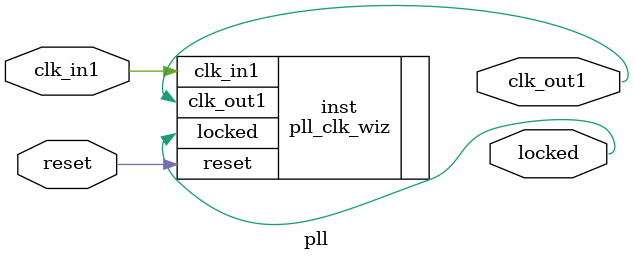
<source format=v>


`timescale 1ps/1ps

(* CORE_GENERATION_INFO = "pll,clk_wiz_v6_0_1_0_0,{component_name=pll,use_phase_alignment=true,use_min_o_jitter=false,use_max_i_jitter=false,use_dyn_phase_shift=false,use_inclk_switchover=false,use_dyn_reconfig=false,enable_axi=0,feedback_source=FDBK_AUTO,PRIMITIVE=PLL,num_out_clk=1,clkin1_period=20.000,clkin2_period=10.0,use_power_down=false,use_reset=true,use_locked=true,use_inclk_stopped=false,feedback_type=SINGLE,CLOCK_MGR_TYPE=NA,manual_override=true}" *)

module pll 
 (
  // Clock out ports
  output        clk_out1,
  // Status and control signals
  input         reset,
  output        locked,
 // Clock in ports
  input         clk_in1
 );

  pll_clk_wiz inst
  (
  // Clock out ports  
  .clk_out1(clk_out1),
  // Status and control signals               
  .reset(reset), 
  .locked(locked),
 // Clock in ports
  .clk_in1(clk_in1)
  );

endmodule

</source>
